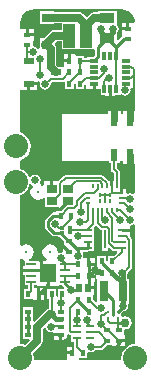
<source format=gtl>
G04*
G04 #@! TF.GenerationSoftware,Altium Limited,CircuitStudio,1.5.2 (30)*
G04*
G04 Layer_Physical_Order=1*
G04 Layer_Color=6120410*
%FSLAX24Y24*%
%MOIN*%
G70*
G01*
G75*
%ADD10R,0.0217X0.0177*%
%ADD11R,0.0354X0.0236*%
%ADD12R,0.0354X0.0315*%
%ADD13R,0.0512X0.0335*%
%ADD14R,0.0177X0.0217*%
%ADD15R,0.0315X0.0098*%
%ADD16R,0.0079X0.0630*%
%ADD17R,0.0335X0.0295*%
%ADD18R,0.0157X0.0118*%
%ADD19R,0.0157X0.0256*%
%ADD20R,0.0071X0.0150*%
%ADD21R,0.0150X0.0071*%
%ADD22R,0.0079X0.0138*%
%ADD23R,0.0236X0.0394*%
%ADD24R,0.0197X0.0276*%
%ADD25R,0.0335X0.0098*%
%ADD26R,0.0551X0.0642*%
%ADD27R,0.0236X0.0157*%
%ADD28C,0.0110*%
%ADD29R,0.0315X0.0709*%
%ADD30R,0.0295X0.0110*%
%ADD31R,0.0118X0.0315*%
%ADD32R,0.0315X0.0118*%
%ADD33R,0.0394X0.0787*%
%ADD34C,0.0100*%
%ADD35C,0.0060*%
%ADD36C,0.0150*%
%ADD37C,0.0250*%
%ADD38C,0.0236*%
%ADD39C,0.0080*%
%ADD40C,0.0083*%
%ADD41C,0.0803*%
%ADD42C,0.0100*%
%ADD43C,0.0250*%
%ADD44C,0.0300*%
G36*
X504250Y356920D02*
X504348Y356822D01*
X504378Y356802D01*
X504413Y356795D01*
X504423D01*
Y356107D01*
X504622D01*
Y356183D01*
X504668Y356202D01*
X504748Y356122D01*
X504777Y356102D01*
X504813Y356095D01*
X504874D01*
Y356078D01*
X504916D01*
X504935Y356032D01*
X504817Y355913D01*
X504630D01*
Y355776D01*
X504580Y355749D01*
X504573Y355754D01*
Y355913D01*
X504275D01*
Y355577D01*
X504235Y355559D01*
X504235D01*
Y355401D01*
X504424D01*
Y355301D01*
X504235D01*
Y355143D01*
X504266D01*
Y354406D01*
X504216Y354385D01*
X504140Y354461D01*
Y354621D01*
X504170D01*
Y354809D01*
X503971D01*
Y354909D01*
X504170D01*
Y355044D01*
X504180D01*
Y355203D01*
X503991D01*
Y355303D01*
X504180D01*
Y355438D01*
Y355596D01*
X503991D01*
Y355646D01*
X503941D01*
Y355855D01*
X503837D01*
X503798Y355903D01*
X503806Y355942D01*
X503791Y356014D01*
X503780Y356031D01*
X503804Y356075D01*
X503954D01*
X503968Y356078D01*
X504171D01*
Y356275D01*
Y356471D01*
Y356668D01*
Y356886D01*
X504199Y356925D01*
X504250Y356920D01*
D02*
G37*
G36*
X502067Y358317D02*
X502108Y358289D01*
X502116Y358237D01*
X502113Y358230D01*
X502060Y358149D01*
X502040Y358050D01*
X502060Y357951D01*
X502116Y357866D01*
X502201Y357810D01*
X502300Y357790D01*
X502399Y357810D01*
X502484Y357866D01*
X502533Y357850D01*
Y357544D01*
X502988D01*
X503025Y357513D01*
Y357504D01*
X503047D01*
X503072Y357454D01*
X503060Y357438D01*
X502897D01*
Y357382D01*
X502787D01*
X502787Y357382D01*
X502744Y357373D01*
X502708Y357349D01*
X502536Y357177D01*
X502511Y357140D01*
X502503Y357097D01*
X502503Y357097D01*
Y356903D01*
X502503Y356903D01*
X502511Y356860D01*
X502536Y356823D01*
X502740Y356619D01*
X502740Y356619D01*
X502777Y356594D01*
X502820Y356586D01*
X502820Y356586D01*
X502957D01*
Y356569D01*
X503011D01*
X503016Y356561D01*
X503153Y356424D01*
Y356273D01*
X503113Y356248D01*
X503113Y356248D01*
X503113D01*
X503113Y356248D01*
Y356065D01*
X503075Y356034D01*
X503050Y356039D01*
X503007Y356030D01*
X502966Y356047D01*
X502957Y356067D01*
X502940Y356149D01*
X502884Y356234D01*
X502799Y356290D01*
X502700Y356310D01*
X502601Y356290D01*
X502516Y356234D01*
X502460Y356149D01*
X502440Y356050D01*
X502460Y355951D01*
X502516Y355866D01*
X502582Y355822D01*
X502567Y355772D01*
X502257D01*
Y355756D01*
X501984D01*
X501979Y355806D01*
X502000Y355810D01*
X502084Y355866D01*
X502140Y355951D01*
X502160Y356050D01*
X502140Y356149D01*
X502084Y356234D01*
X502000Y356290D01*
X501900Y356310D01*
X501800Y356290D01*
X501758Y356262D01*
X501708Y356289D01*
Y357968D01*
X501783Y357999D01*
X501879Y358073D01*
X501953Y358170D01*
X502000Y358282D01*
X502005Y358319D01*
X502057Y358332D01*
X502067Y358317D01*
D02*
G37*
G36*
X505131Y358991D02*
X505526D01*
Y358009D01*
X505476Y357982D01*
X505440Y358006D01*
X505368Y358020D01*
X505296Y358006D01*
X505289Y358001D01*
X505245Y358025D01*
Y358153D01*
X505120D01*
Y358018D01*
X505020D01*
Y358153D01*
X505012D01*
Y358210D01*
X505012Y358211D01*
X505020Y358250D01*
Y358734D01*
X505012Y358773D01*
X505003Y358787D01*
X504989Y358807D01*
X504989Y358807D01*
X504941Y358856D01*
Y359031D01*
X505016D01*
Y359091D01*
X505131D01*
Y358991D01*
D02*
G37*
G36*
X502554Y353512D02*
X502557Y353497D01*
X502598Y353436D01*
X502659Y353395D01*
X502731Y353381D01*
X502792Y353393D01*
X502842Y353366D01*
Y353354D01*
X503060D01*
Y353304D01*
X503110D01*
Y353126D01*
X503278D01*
Y353305D01*
X503328Y353326D01*
X503337Y353318D01*
X503366Y353298D01*
X503380Y353295D01*
Y353268D01*
Y353071D01*
X503485D01*
Y352902D01*
X503251D01*
Y352744D01*
X503440D01*
Y352644D01*
X503251D01*
Y352485D01*
X503213Y352458D01*
X502199D01*
X502157Y352496D01*
X502154Y352502D01*
X502157Y352528D01*
X502142Y352649D01*
X502123Y352693D01*
X502394Y352964D01*
X502435Y353025D01*
X502438Y353037D01*
X502450Y353098D01*
Y353470D01*
X502506Y353526D01*
X502554Y353512D01*
D02*
G37*
G36*
X505526Y356954D02*
Y352992D01*
X505421Y352978D01*
X505309Y352932D01*
X505213Y352858D01*
X505139Y352761D01*
X505092Y352649D01*
X505076Y352528D01*
X505080Y352502D01*
X505077Y352496D01*
X505035Y352458D01*
X503683D01*
X503647Y352500D01*
X503658Y352525D01*
X503943D01*
Y352694D01*
X503993Y352723D01*
X504050Y352711D01*
X504122Y352726D01*
X504183Y352767D01*
X504204Y352798D01*
X504394D01*
X504433Y352806D01*
X504466Y352828D01*
X504597Y352959D01*
X504762D01*
X504787Y352919D01*
X504787Y352919D01*
Y352919D01*
X504787Y352919D01*
X504945D01*
Y353107D01*
X504995D01*
Y353157D01*
X505203D01*
Y353296D01*
X505203D01*
X505163Y353313D01*
Y353456D01*
X505200Y353486D01*
X505282Y353502D01*
X505351Y353549D01*
X505398Y353618D01*
X505414Y353700D01*
X505398Y353782D01*
X505351Y353851D01*
X505282Y353898D01*
X505200Y353914D01*
X505132Y353901D01*
X505077Y353920D01*
X505051Y353958D01*
Y353989D01*
X505066Y354011D01*
X505139Y354084D01*
X505166Y354089D01*
X505169Y354091D01*
X505185Y354094D01*
X505246Y354135D01*
X505287Y354196D01*
X505302Y354268D01*
X505296Y354296D01*
X505330Y354346D01*
X505330D01*
Y355175D01*
X505251D01*
Y355254D01*
X505268Y355279D01*
X505282Y355351D01*
X505279Y355367D01*
X505404Y355492D01*
X505424Y355522D01*
X505431Y355557D01*
Y356470D01*
X505424Y356505D01*
X505404Y356535D01*
X505359Y356580D01*
X505349Y356628D01*
X505349D01*
X505349Y356628D01*
Y356728D01*
X505091D01*
Y356828D01*
X505349D01*
Y356896D01*
X505365Y356935D01*
X505390Y356947D01*
X505440Y356957D01*
X505476Y356981D01*
X505526Y356954D01*
D02*
G37*
G36*
X501800Y355810D02*
X501839Y355802D01*
X501848Y355756D01*
X501848Y355756D01*
X501848Y355756D01*
Y355599D01*
X501808D01*
Y355500D01*
X502076D01*
Y355400D01*
X501808D01*
Y355300D01*
X501848D01*
Y355144D01*
Y354947D01*
X501974D01*
Y354830D01*
X501815D01*
Y354494D01*
X502112D01*
X502129Y354454D01*
Y354454D01*
X502268D01*
Y354662D01*
Y354870D01*
X502178D01*
Y354947D01*
X502257D01*
Y354930D01*
X502583D01*
Y355351D01*
X502683D01*
Y354930D01*
X503008D01*
Y354947D01*
X503100D01*
X503110Y354931D01*
X503165Y354877D01*
X503146Y354830D01*
X502957D01*
Y354568D01*
X502949Y354564D01*
X502899Y354592D01*
Y354830D01*
X502602D01*
Y354494D01*
X502649D01*
Y354172D01*
X502637Y354170D01*
X502575Y354129D01*
X502182Y353736D01*
X502136Y353755D01*
Y353933D01*
Y354211D01*
X501780D01*
Y353933D01*
Y353677D01*
Y353422D01*
Y353166D01*
X501997D01*
X502016Y353119D01*
X501856Y352960D01*
X501812Y352978D01*
X501708Y352992D01*
Y355811D01*
X501758Y355838D01*
X501800Y355810D01*
D02*
G37*
G36*
X502324Y361744D02*
X502354Y361695D01*
X502346Y361650D01*
X502360Y361578D01*
X502401Y361517D01*
X502462Y361476D01*
X502534Y361462D01*
X502606Y361476D01*
X502668Y361517D01*
X502709Y361578D01*
X502723Y361650D01*
X502715Y361690D01*
X502762Y361737D01*
X503126D01*
X503143Y361741D01*
X503186Y361714D01*
X503193Y361705D01*
Y361482D01*
X503490D01*
Y361670D01*
X503497Y361675D01*
X503547Y361648D01*
Y361482D01*
X503844D01*
Y361635D01*
X503855Y361642D01*
X503905Y361616D01*
Y361491D01*
X504112D01*
Y361650D01*
X504212D01*
Y361491D01*
X504384D01*
Y361289D01*
X504541D01*
Y361249D01*
X504650D01*
Y361507D01*
X504750D01*
Y361249D01*
X504859D01*
Y361289D01*
X505016D01*
Y361294D01*
X505037Y361307D01*
X505066Y361315D01*
X505120Y361279D01*
X505192Y361265D01*
X505264Y361279D01*
X505325Y361320D01*
X505366Y361381D01*
X505380Y361454D01*
X505375Y361481D01*
X505416Y361531D01*
X505455D01*
Y361653D01*
X505461Y361660D01*
X505494Y361662D01*
X505526Y361634D01*
Y360766D01*
X505131D01*
Y360666D01*
X505056D01*
Y360766D01*
X504619D01*
Y360666D01*
X503105D01*
Y359091D01*
X503105Y359091D01*
X504659D01*
Y359031D01*
X504734D01*
Y358813D01*
X504734Y358813D01*
X504742Y358773D01*
X504764Y358739D01*
X504813Y358691D01*
Y358425D01*
X504809D01*
Y358250D01*
X504709D01*
Y358425D01*
X504648D01*
X504466Y358607D01*
X504437Y358627D01*
X504402Y358634D01*
X503227D01*
X503192Y358627D01*
X503162Y358607D01*
X502970Y358415D01*
X502968Y358413D01*
X502811D01*
Y358165D01*
X502711D01*
Y358413D01*
X502493D01*
Y358288D01*
X502443Y358261D01*
X502399Y358290D01*
X502379Y358294D01*
X502356Y358350D01*
X502374Y358378D01*
X502389Y358450D01*
X502374Y358522D01*
X502333Y358583D01*
X502272Y358624D01*
X502200Y358639D01*
X502128Y358624D01*
X502067Y358583D01*
X502043Y358548D01*
X501987Y358554D01*
X501953Y358635D01*
X501879Y358732D01*
X501783Y358806D01*
X501708Y358837D01*
Y359106D01*
X501803Y359145D01*
X501908Y359226D01*
X501988Y359331D01*
X502039Y359453D01*
X502056Y359583D01*
X502039Y359714D01*
X501988Y359836D01*
X501908Y359941D01*
X501803Y360022D01*
X501708Y360061D01*
Y361452D01*
X501933D01*
Y361670D01*
X501983D01*
Y361720D01*
X502271D01*
X502304Y361747D01*
X502324Y361744D01*
D02*
G37*
G36*
X503084Y362819D02*
X503598D01*
X503598Y362819D01*
X503598D01*
X503631D01*
X503636Y362819D01*
X503641Y362819D01*
X503648Y362819D01*
D01*
X503648D01*
Y362819D01*
X504149D01*
X504149Y362819D01*
Y362819D01*
X504149Y362819D01*
X504194Y362805D01*
Y362628D01*
X504123Y362557D01*
X503945D01*
Y362530D01*
X503844D01*
Y362606D01*
X503580D01*
X503554Y362606D01*
X503552Y362609D01*
X503552Y362610D01*
X503530Y362646D01*
X503530D01*
X503526Y362646D01*
X503526Y362646D01*
X503526Y362646D01*
X503526D01*
X503525D01*
X503525Y362646D01*
X503524Y362646D01*
X503524D01*
X503523D01*
X503523D01*
X503523D01*
X503523D01*
D01*
X503476Y362646D01*
X503391D01*
Y362438D01*
X503341D01*
Y362388D01*
X503153D01*
Y362261D01*
X503128Y362226D01*
X503106Y362222D01*
X502977D01*
X502905Y362294D01*
Y362837D01*
X502891Y362909D01*
X502877Y362930D01*
X502850Y362971D01*
Y363018D01*
X502916Y363084D01*
X503084D01*
Y362819D01*
D02*
G37*
G36*
X505180Y364136D02*
X505293Y364089D01*
X505391Y364015D01*
X505465Y363917D01*
X505512Y363804D01*
X505522Y363730D01*
X505477Y363689D01*
X505340D01*
Y363501D01*
X505290D01*
Y363451D01*
X505082D01*
Y363319D01*
X505082Y363319D01*
X505082D01*
D01*
Y363312D01*
X505088Y363308D01*
X505105Y363280D01*
X505101Y363244D01*
X505073Y363226D01*
X505073Y363226D01*
X504963Y363116D01*
X504917Y363135D01*
Y363317D01*
X504927Y363332D01*
X504934Y363368D01*
X504974Y363428D01*
X504989Y363500D01*
X504974Y363572D01*
X504933Y363633D01*
X504917Y363644D01*
Y364082D01*
X504285D01*
Y364044D01*
X504148D01*
X504076Y364029D01*
X504015Y363988D01*
X503912Y363886D01*
X503790Y364008D01*
X503728Y364049D01*
X503656Y364063D01*
X502821D01*
Y364092D01*
X502347D01*
Y363657D01*
X502821D01*
Y363686D01*
X503084D01*
Y363461D01*
X502837D01*
X502765Y363447D01*
X502704Y363406D01*
X502485Y363187D01*
X502347D01*
Y362977D01*
X502346Y362969D01*
X502347Y362962D01*
Y362847D01*
X502297Y362832D01*
X502274Y362866D01*
X502213Y362907D01*
X502141Y362922D01*
X502112Y362945D01*
Y363065D01*
X502112Y363091D01*
X502115Y363093D01*
X502116Y363093D01*
X502152Y363115D01*
Y363115D01*
X502152Y363119D01*
X502152Y363119D01*
X502152Y363120D01*
Y363120D01*
Y363120D01*
X502152Y363120D01*
X502152Y363121D01*
Y363122D01*
Y363122D01*
Y363122D01*
Y363122D01*
Y363122D01*
D01*
X502152Y363169D01*
Y363254D01*
X501944D01*
Y363304D01*
X501894D01*
Y363493D01*
X501758D01*
X501735Y363493D01*
X501708Y363531D01*
X501708Y363531D01*
Y363683D01*
X501707Y363689D01*
X501722Y363804D01*
X501769Y363917D01*
X501843Y364015D01*
X501940Y364089D01*
X502054Y364136D01*
X502169Y364151D01*
X502175Y364150D01*
X505059D01*
X505065Y364151D01*
X505180Y364136D01*
D02*
G37*
%LPC*%
G36*
X503010Y353254D02*
X502842D01*
Y353126D01*
X503010D01*
Y353254D01*
D02*
G37*
G36*
X502506Y354612D02*
X502368D01*
Y354454D01*
X502506D01*
Y354612D01*
D02*
G37*
G36*
X505240Y363689D02*
X505082D01*
Y363551D01*
X505240D01*
Y363689D01*
D02*
G37*
G36*
X505203Y353057D02*
X505045D01*
Y352919D01*
X505203D01*
Y353057D01*
D02*
G37*
G36*
X503291Y362646D02*
X503153D01*
Y362488D01*
X503291D01*
Y362646D01*
D02*
G37*
G36*
X502260Y361620D02*
X502033D01*
Y361452D01*
X502260D01*
Y361620D01*
D02*
G37*
G36*
X504180Y355855D02*
X504041D01*
Y355696D01*
X504180D01*
Y355855D01*
D02*
G37*
G36*
X501994Y363493D02*
Y363354D01*
X502152D01*
Y363493D01*
X501994D01*
D02*
G37*
G36*
X502506Y354870D02*
X502368D01*
Y354712D01*
X502506D01*
Y354870D01*
D02*
G37*
%LPD*%
D10*
X501944Y362950D02*
D03*
Y363304D02*
D03*
X503322Y356414D02*
D03*
Y356060D02*
D03*
X504601Y353461D02*
D03*
Y353107D02*
D03*
X504995Y353461D02*
D03*
Y353107D02*
D03*
X505290Y363146D02*
D03*
Y363501D02*
D03*
D11*
X501983Y362418D02*
D03*
Y361670D02*
D03*
X502889Y362044D02*
D03*
D12*
X502584Y362969D02*
D03*
Y363875D02*
D03*
D13*
X504601Y363855D02*
D03*
Y363186D02*
D03*
D14*
X504424Y355745D02*
D03*
X504778D02*
D03*
X503696Y362044D02*
D03*
X503341D02*
D03*
X503341Y361650D02*
D03*
X503696D02*
D03*
X503046Y357270D02*
D03*
X503400D02*
D03*
X502318Y354662D02*
D03*
X501963D02*
D03*
X503637Y355253D02*
D03*
X503991D02*
D03*
X503637Y355646D02*
D03*
X503991D02*
D03*
X503991Y354072D02*
D03*
X503637D02*
D03*
X503105Y354662D02*
D03*
X502751D02*
D03*
X504778Y355351D02*
D03*
X504424D02*
D03*
X503794Y352694D02*
D03*
X503440D02*
D03*
X503637Y354465D02*
D03*
X503991D02*
D03*
X503696Y362438D02*
D03*
X503341D02*
D03*
D15*
X505091Y356187D02*
D03*
Y356384D02*
D03*
Y356581D02*
D03*
Y356778D02*
D03*
X503954Y356187D02*
D03*
Y356384D02*
D03*
Y356581D02*
D03*
Y356778D02*
D03*
D16*
X504522Y356482D02*
D03*
D17*
X502761Y358165D02*
D03*
Y357752D02*
D03*
X503292Y358165D02*
D03*
Y357752D02*
D03*
D18*
X503095Y356867D02*
D03*
Y356688D02*
D03*
D19*
X503351Y356778D02*
D03*
D20*
X504916Y358250D02*
D03*
X504759D02*
D03*
X504601D02*
D03*
X504444D02*
D03*
X504286D02*
D03*
X504129D02*
D03*
Y357470D02*
D03*
X504286D02*
D03*
X504444D02*
D03*
X504601D02*
D03*
X504759D02*
D03*
X504916D02*
D03*
D21*
X503975Y358018D02*
D03*
Y357860D02*
D03*
Y357703D02*
D03*
X505070D02*
D03*
Y357860D02*
D03*
Y358018D02*
D03*
D22*
X504680Y357968D02*
D03*
X504522D02*
D03*
X504365D02*
D03*
Y357752D02*
D03*
X504522D02*
D03*
X504680D02*
D03*
D23*
X505349Y359288D02*
D03*
Y360469D02*
D03*
X504837D02*
D03*
Y359288D02*
D03*
D24*
X503656Y354859D02*
D03*
X503971D02*
D03*
D25*
X503190Y355056D02*
D03*
Y355253D02*
D03*
Y355450D02*
D03*
Y355646D02*
D03*
X502076Y355056D02*
D03*
Y355253D02*
D03*
Y355450D02*
D03*
Y355646D02*
D03*
D26*
X502633Y355351D02*
D03*
D27*
X503060Y353304D02*
D03*
Y353560D02*
D03*
Y353816D02*
D03*
Y354072D02*
D03*
X501958Y353304D02*
D03*
Y353560D02*
D03*
Y353816D02*
D03*
Y354072D02*
D03*
D28*
X504628Y353875D02*
D03*
Y354072D02*
D03*
X504798Y353973D02*
D03*
X504968Y353875D02*
D03*
Y354072D02*
D03*
D29*
X505113Y354761D02*
D03*
X504483D02*
D03*
D30*
X504040Y353186D02*
D03*
Y353383D02*
D03*
Y353580D02*
D03*
X503587Y353186D02*
D03*
Y353383D02*
D03*
Y353580D02*
D03*
D31*
X504503Y361507D02*
D03*
X504700D02*
D03*
X504897D02*
D03*
Y362582D02*
D03*
X504700D02*
D03*
X504503D02*
D03*
D32*
X505237Y361650D02*
D03*
Y361847D02*
D03*
Y362044D02*
D03*
Y362241D02*
D03*
Y362438D02*
D03*
X504162D02*
D03*
Y362241D02*
D03*
Y362044D02*
D03*
Y361847D02*
D03*
Y361650D02*
D03*
D33*
X503341Y363272D02*
D03*
X503893D02*
D03*
D34*
X502300Y355847D02*
X502400Y355747D01*
Y355584D02*
Y355747D01*
Y355584D02*
X502534Y355450D01*
X502860Y356432D02*
X502950D01*
X502431D02*
X502860D01*
X502534Y355450D02*
X502633Y355351D01*
X502300Y356300D02*
X502431Y356432D01*
X502300Y355847D02*
Y356300D01*
X504987Y353700D02*
X505200D01*
X503549Y356187D02*
X503954D01*
X504207Y355450D02*
X504326D01*
X504424Y355351D01*
X504601Y363186D02*
X504897Y362891D01*
Y362582D02*
Y362891D01*
X505152Y363146D02*
X505290D01*
X504897Y362891D02*
X505152Y363146D01*
X501958Y353816D02*
Y354072D01*
Y353560D02*
Y353816D01*
Y353304D02*
Y353560D01*
X502534Y363875D02*
X502584D01*
X503893Y363272D02*
Y363599D01*
X504968Y354072D02*
X505113Y354216D01*
X503637Y354426D02*
Y354465D01*
Y354426D02*
X503991Y354072D01*
X504483Y354761D02*
X504798Y354446D01*
Y353973D02*
Y354446D01*
X504424Y355706D02*
Y355745D01*
Y355706D02*
X504778Y355351D01*
X503991Y354879D02*
Y355253D01*
X503971Y354859D02*
X503991Y354879D01*
X503095Y356641D02*
X503322Y356414D01*
X503085Y356698D02*
X503095Y356688D01*
X503954Y356187D02*
Y356384D01*
X503086Y355750D02*
X503190Y355646D01*
X503147Y356235D02*
X503147D01*
X503322Y356060D02*
Y356061D01*
X503147Y356235D02*
X503322Y356061D01*
X503991Y355253D02*
Y355646D01*
X503322Y356414D02*
X503549Y356187D01*
X504306Y362891D02*
X504601Y363186D01*
X504162Y362438D02*
X504306Y362581D01*
Y362891D01*
X503991Y355253D02*
X504011D01*
X504207Y355450D01*
X502076D02*
X502534D01*
X503400Y354800D02*
X503597D01*
X503656Y354859D01*
X503190Y355010D02*
X503400Y354800D01*
X503190Y355010D02*
Y355056D01*
X503549Y356187D02*
X503617Y356119D01*
Y355942D02*
Y356119D01*
X502318Y354288D02*
Y354662D01*
X502633Y354977D01*
Y355351D01*
X503028Y357488D02*
X503292Y357752D01*
X502950Y356432D02*
X503147Y356235D01*
X502450Y356841D02*
X502860Y356432D01*
X502820Y356698D02*
X503085D01*
X502615Y356903D02*
X502820Y356698D01*
X504798Y352792D02*
X504995Y352989D01*
Y353107D01*
X502450Y356841D02*
Y357159D01*
X502779Y357488D01*
X503028D01*
X502615Y356903D02*
Y357097D01*
X502787Y357270D01*
X503046D01*
D35*
X502545Y361650D02*
X502724Y361829D01*
X503126D02*
X503341Y362044D01*
X502724Y361829D02*
X503126D01*
X502534Y361650D02*
X502545D01*
X502350Y361950D02*
Y362500D01*
X505113Y355331D02*
X505339Y355557D01*
X504772Y356430D02*
X504818Y356384D01*
X505091D01*
X504444Y357206D02*
Y357470D01*
X504813Y356187D02*
X505091D01*
X504652Y356348D02*
X504813Y356187D01*
X504916Y357470D02*
X505029D01*
X505070Y357703D02*
X505147D01*
X505368Y357481D01*
X505070Y357860D02*
X505339D01*
X504522Y357968D02*
X504680D01*
X504365D02*
X504522D01*
Y357752D02*
Y357968D01*
X504754Y358018D02*
X505070D01*
X504754D02*
X504759Y358022D01*
Y358250D01*
X504680Y357968D02*
X504729Y358018D01*
X504754D01*
X503975D02*
X504154D01*
X504286Y358150D01*
Y358250D01*
X504601D02*
Y358343D01*
X502761Y357752D02*
X502789D01*
X503893Y361847D02*
X504162D01*
X503696Y361650D02*
X503893Y361847D01*
X501944Y362457D02*
X501983Y362418D01*
X503696Y362044D02*
Y362438D01*
X503696Y362438D01*
X504162D01*
X501973Y362733D02*
X502141D01*
X501944Y362457D02*
Y362950D01*
Y363304D02*
Y363619D01*
X505290Y363501D02*
Y363816D01*
X505237Y361847D02*
X505237Y361847D01*
X505389D01*
X505487Y361946D01*
X505237Y362241D02*
X505389D01*
X505487Y362143D01*
Y361946D02*
Y362143D01*
Y361060D02*
Y361946D01*
X505192Y361454D02*
Y361605D01*
X505237Y361650D01*
X503026Y362438D02*
X503341D01*
X503341Y361650D02*
Y361690D01*
X503696Y362044D01*
X505290Y360863D02*
X505487Y361060D01*
X504778Y355745D02*
X505091Y356058D01*
Y356187D01*
X503350Y354179D02*
X503637Y354465D01*
X503350Y353434D02*
X503401Y353383D01*
X503587D01*
X503350Y353434D02*
Y354179D01*
X505339Y355557D02*
Y356470D01*
X505228Y356581D02*
X505339Y356470D01*
X505091Y356581D02*
X505228D01*
X504352Y358422D02*
X504444Y358330D01*
X504402Y358542D02*
X504601Y358343D01*
X503895Y357860D02*
X503975D01*
X502789Y357752D02*
X503035Y357997D01*
Y358350D01*
X503400Y357172D02*
Y357270D01*
X503046D02*
X503291Y357514D01*
X503868Y358018D02*
X503975D01*
X504503Y361507D02*
Y361749D01*
X504897Y361507D02*
Y362582D01*
X504650Y361850D02*
Y361896D01*
X504503Y361749D02*
X504650Y361896D01*
X504505Y362009D02*
Y362144D01*
X504162Y361847D02*
X504343D01*
X504505Y362009D01*
X503351Y356778D02*
X503370Y356796D01*
X503953Y356581D02*
X503954Y356581D01*
X503722Y357687D02*
X503895Y357860D01*
X503975Y357125D02*
Y357703D01*
X503601Y357752D02*
X503868Y358018D01*
X503095Y356867D02*
X503400Y357172D01*
X502983Y356867D02*
X503095D01*
X503292Y358165D02*
X503549Y358422D01*
X504352D01*
X503035Y358350D02*
X503227Y358542D01*
X504402D01*
X503618Y356581D02*
X503953D01*
X502850Y357000D02*
X502983Y356867D01*
X503291Y357514D02*
X503497D01*
X503601Y357619D01*
Y357752D01*
X503722Y357379D02*
Y357687D01*
X503900Y357050D02*
X503975Y357125D01*
X504759Y357390D02*
Y357470D01*
Y357390D02*
X505017Y357132D01*
X504652Y356348D02*
Y356835D01*
X505017Y357132D02*
X505018D01*
X505029Y357470D02*
X505368Y357132D01*
X504444Y357206D02*
X504518Y357132D01*
X504601Y357378D02*
Y357470D01*
Y357378D02*
X504772Y357207D01*
Y356430D02*
Y357207D01*
X504599Y356887D02*
X504652Y356835D01*
X504413Y356887D02*
X504599D01*
X504286Y357014D02*
Y357470D01*
Y357014D02*
X504413Y356887D01*
X503370Y356796D02*
X503935D01*
X504129Y356991D01*
Y357470D01*
X503700Y357050D02*
X503900D01*
D36*
X505113Y354216D02*
Y354761D01*
Y355017D01*
Y355331D01*
X504778Y355351D02*
X505113Y355017D01*
X502888Y353816D02*
X503060D01*
X502751Y353954D02*
X502888Y353816D01*
X504400Y363387D02*
Y363500D01*
Y363387D02*
X504601Y363186D01*
X504800Y363385D02*
Y363500D01*
X504601Y363186D02*
X504800Y363385D01*
D37*
X502837Y363272D02*
X503341D01*
X502534Y362969D02*
X502837Y363272D01*
X502584Y363875D02*
X503656D01*
X503893Y363639D01*
Y363402D02*
Y363639D01*
Y363599D02*
X504148Y363855D01*
X504601D01*
X502716Y362216D02*
X502889Y362044D01*
X502716Y362216D02*
Y362837D01*
X502584Y362969D02*
X502716Y362837D01*
X502261Y353548D02*
X502709Y353996D01*
X502261Y353098D02*
Y353548D01*
X501692Y352528D02*
X502261Y353098D01*
D38*
X504837Y360469D02*
Y360804D01*
X505349Y360469D02*
Y360804D01*
Y358954D02*
Y359288D01*
D39*
X504040Y353383D02*
X504326D01*
X504601Y353107D01*
X504628Y353750D02*
Y353875D01*
Y353750D02*
X504696Y353681D01*
X504968D01*
Y353488D02*
Y353681D01*
X503587Y352900D02*
Y353186D01*
Y352900D02*
X503794Y352694D01*
X501963Y354662D02*
X502076Y354774D01*
Y355056D01*
X503190Y355450D02*
Y355646D01*
X503637D01*
X504601Y353461D02*
X504641D01*
X504995Y353107D01*
X504404Y353658D02*
X504601Y353461D01*
X503041Y353580D02*
X503060Y353560D01*
Y354367D02*
Y354617D01*
Y354072D02*
Y354367D01*
X504968Y353681D02*
Y353875D01*
X504404Y353658D02*
Y353973D01*
X502751Y354000D02*
Y354662D01*
X503587Y353580D02*
X503600Y353592D01*
Y353800D01*
Y354035D01*
X503883Y353737D02*
X504011Y353609D01*
X504404Y353973D02*
X504406Y353975D01*
X504493D01*
X504590Y354072D01*
X504628D01*
X504256Y354200D02*
X504400D01*
X503991Y354465D02*
X504256Y354200D01*
X503440Y352694D02*
X503447Y352701D01*
Y353000D01*
X503300D02*
X503447D01*
X503250Y353050D02*
X503300Y353000D01*
X503190Y355253D02*
X503637D01*
X503190Y355056D02*
Y355253D01*
X502731Y353580D02*
X503041D01*
X504050Y352900D02*
X504394D01*
X504601Y353107D01*
D40*
X504837Y358813D02*
Y359288D01*
Y358813D02*
X504916Y358734D01*
Y358250D02*
Y358734D01*
D41*
X501692Y352528D02*
D03*
X505542D02*
D03*
X501550Y358402D02*
D03*
Y359583D02*
D03*
D42*
X502700Y356050D02*
D03*
X501900D02*
D03*
X502300Y358050D02*
D03*
D43*
X503050Y355850D02*
D03*
X502534Y361650D02*
D03*
X502350Y361950D02*
D03*
Y362500D02*
D03*
X505113Y354268D02*
D03*
X505093Y355351D02*
D03*
X505368Y357132D02*
D03*
Y357481D02*
D03*
Y357831D02*
D03*
X504109Y358895D02*
D03*
X503322D02*
D03*
X502928Y360076D02*
D03*
Y360469D02*
D03*
Y360863D02*
D03*
X503322D02*
D03*
X503715D02*
D03*
X504109D02*
D03*
X504503D02*
D03*
X504896D02*
D03*
X505290D02*
D03*
Y358895D02*
D03*
X504503D02*
D03*
X502141Y362733D02*
D03*
X501944Y363619D02*
D03*
X505290Y363816D02*
D03*
X505192Y361454D02*
D03*
X503026Y362438D02*
D03*
X503060Y354367D02*
D03*
X504404Y353658D02*
D03*
X504050Y352900D02*
D03*
X503925Y353778D02*
D03*
X503600Y353800D02*
D03*
X504400Y354200D02*
D03*
X503250Y353050D02*
D03*
X502600Y352900D02*
D03*
Y353250D02*
D03*
X504650Y361850D02*
D03*
X504505Y362144D02*
D03*
X504400Y363500D02*
D03*
X504800D02*
D03*
X505290Y358501D02*
D03*
X504207Y355450D02*
D03*
X502337Y354268D02*
D03*
X503400Y354800D02*
D03*
X502928Y359682D02*
D03*
Y359288D02*
D03*
X503617Y355942D02*
D03*
X502750Y354000D02*
D03*
X502731Y353570D02*
D03*
X503715Y358895D02*
D03*
X502950Y356432D02*
D03*
X504798Y352792D02*
D03*
X502928Y358895D02*
D03*
X503618Y356581D02*
D03*
X502850Y357000D02*
D03*
X503722Y357379D02*
D03*
X505018Y357132D02*
D03*
X504518D02*
D03*
X503700Y357050D02*
D03*
X502200Y358450D02*
D03*
D44*
X505200Y353700D02*
D03*
M02*

</source>
